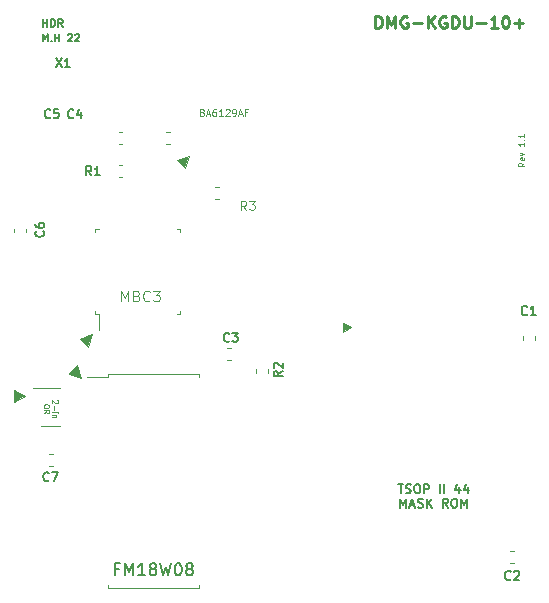
<source format=gbr>
G04 #@! TF.GenerationSoftware,KiCad,Pcbnew,(6.0.8)*
G04 #@! TF.CreationDate,2023-01-17T04:08:54-05:00*
G04 #@! TF.ProjectId,DMG-KGDU-10+,444d472d-4b47-4445-952d-31302b2e6b69,rev?*
G04 #@! TF.SameCoordinates,Original*
G04 #@! TF.FileFunction,Legend,Top*
G04 #@! TF.FilePolarity,Positive*
%FSLAX46Y46*%
G04 Gerber Fmt 4.6, Leading zero omitted, Abs format (unit mm)*
G04 Created by KiCad (PCBNEW (6.0.8)) date 2023-01-17 04:08:54*
%MOMM*%
%LPD*%
G01*
G04 APERTURE LIST*
%ADD10C,0.100000*%
%ADD11C,0.127000*%
%ADD12C,0.125000*%
%ADD13C,0.076200*%
%ADD14C,0.150000*%
%ADD15C,0.254000*%
%ADD16C,0.101600*%
%ADD17C,0.120000*%
G04 APERTURE END LIST*
D10*
G36*
X126062722Y-98657070D02*
G01*
X125355616Y-97949963D01*
X126416276Y-97596409D01*
X126062722Y-98657070D01*
G37*
X126062722Y-98657070D02*
X125355616Y-97949963D01*
X126416276Y-97596409D01*
X126062722Y-98657070D01*
G36*
X134282044Y-83528332D02*
G01*
X133574937Y-82821225D01*
X134635597Y-82467672D01*
X134282044Y-83528332D01*
G37*
X134282044Y-83528332D02*
X133574937Y-82821225D01*
X134635597Y-82467672D01*
X134282044Y-83528332D01*
G36*
X125477801Y-101269180D02*
G01*
X124417141Y-100915627D01*
X125124248Y-100208520D01*
X125477801Y-101269180D01*
G37*
X125477801Y-101269180D02*
X124417141Y-100915627D01*
X125124248Y-100208520D01*
X125477801Y-101269180D01*
G36*
X148294855Y-97001561D02*
G01*
X147694855Y-97426561D01*
X147694855Y-96601561D01*
X148294855Y-97001561D01*
G37*
X148294855Y-97001561D02*
X147694855Y-97426561D01*
X147694855Y-96601561D01*
X148294855Y-97001561D01*
G36*
X120771920Y-102816660D02*
G01*
X119771920Y-103316660D01*
X119771920Y-102316660D01*
X120771920Y-102816660D01*
G37*
X120771920Y-102816660D02*
X119771920Y-103316660D01*
X119771920Y-102316660D01*
X120771920Y-102816660D01*
D11*
X122282142Y-88867000D02*
X122318428Y-88903285D01*
X122354714Y-89012142D01*
X122354714Y-89084714D01*
X122318428Y-89193571D01*
X122245857Y-89266142D01*
X122173285Y-89302428D01*
X122028142Y-89338714D01*
X121919285Y-89338714D01*
X121774142Y-89302428D01*
X121701571Y-89266142D01*
X121629000Y-89193571D01*
X121592714Y-89084714D01*
X121592714Y-89012142D01*
X121629000Y-88903285D01*
X121665285Y-88867000D01*
X121592714Y-88213857D02*
X121592714Y-88359000D01*
X121629000Y-88431571D01*
X121665285Y-88467857D01*
X121774142Y-88540428D01*
X121919285Y-88576714D01*
X122209571Y-88576714D01*
X122282142Y-88540428D01*
X122318428Y-88504142D01*
X122354714Y-88431571D01*
X122354714Y-88286428D01*
X122318428Y-88213857D01*
X122282142Y-88177571D01*
X122209571Y-88141285D01*
X122028142Y-88141285D01*
X121955571Y-88177571D01*
X121919285Y-88213857D01*
X121883000Y-88286428D01*
X121883000Y-88431571D01*
X121919285Y-88504142D01*
X121955571Y-88540428D01*
X122028142Y-88576714D01*
X122873000Y-79212142D02*
X122836714Y-79248428D01*
X122727857Y-79284714D01*
X122655285Y-79284714D01*
X122546428Y-79248428D01*
X122473857Y-79175857D01*
X122437571Y-79103285D01*
X122401285Y-78958142D01*
X122401285Y-78849285D01*
X122437571Y-78704142D01*
X122473857Y-78631571D01*
X122546428Y-78559000D01*
X122655285Y-78522714D01*
X122727857Y-78522714D01*
X122836714Y-78559000D01*
X122873000Y-78595285D01*
X123562428Y-78522714D02*
X123199571Y-78522714D01*
X123163285Y-78885571D01*
X123199571Y-78849285D01*
X123272142Y-78813000D01*
X123453571Y-78813000D01*
X123526142Y-78849285D01*
X123562428Y-78885571D01*
X123598714Y-78958142D01*
X123598714Y-79139571D01*
X123562428Y-79212142D01*
X123526142Y-79248428D01*
X123453571Y-79284714D01*
X123272142Y-79284714D01*
X123199571Y-79248428D01*
X123163285Y-79212142D01*
X124823000Y-79220422D02*
X124786714Y-79256708D01*
X124677857Y-79292994D01*
X124605285Y-79292994D01*
X124496428Y-79256708D01*
X124423857Y-79184137D01*
X124387571Y-79111565D01*
X124351285Y-78966422D01*
X124351285Y-78857565D01*
X124387571Y-78712422D01*
X124423857Y-78639851D01*
X124496428Y-78567280D01*
X124605285Y-78530994D01*
X124677857Y-78530994D01*
X124786714Y-78567280D01*
X124823000Y-78603565D01*
X125476142Y-78784994D02*
X125476142Y-79292994D01*
X125294714Y-78494708D02*
X125113285Y-79038994D01*
X125585000Y-79038994D01*
X126353000Y-84124714D02*
X126099000Y-83761857D01*
X125917571Y-84124714D02*
X125917571Y-83362714D01*
X126207857Y-83362714D01*
X126280428Y-83399000D01*
X126316714Y-83435285D01*
X126353000Y-83507857D01*
X126353000Y-83616714D01*
X126316714Y-83689285D01*
X126280428Y-83725571D01*
X126207857Y-83761857D01*
X125917571Y-83761857D01*
X127078714Y-84124714D02*
X126643285Y-84124714D01*
X126861000Y-84124714D02*
X126861000Y-83362714D01*
X126788428Y-83471571D01*
X126715857Y-83544142D01*
X126643285Y-83580428D01*
X161843000Y-118322142D02*
X161806714Y-118358428D01*
X161697857Y-118394714D01*
X161625285Y-118394714D01*
X161516428Y-118358428D01*
X161443857Y-118285857D01*
X161407571Y-118213285D01*
X161371285Y-118068142D01*
X161371285Y-117959285D01*
X161407571Y-117814142D01*
X161443857Y-117741571D01*
X161516428Y-117669000D01*
X161625285Y-117632714D01*
X161697857Y-117632714D01*
X161806714Y-117669000D01*
X161843000Y-117705285D01*
X162133285Y-117705285D02*
X162169571Y-117669000D01*
X162242142Y-117632714D01*
X162423571Y-117632714D01*
X162496142Y-117669000D01*
X162532428Y-117705285D01*
X162568714Y-117777857D01*
X162568714Y-117850428D01*
X162532428Y-117959285D01*
X162097000Y-118394714D01*
X162568714Y-118394714D01*
D12*
X139463000Y-87054714D02*
X139209000Y-86691857D01*
X139027571Y-87054714D02*
X139027571Y-86292714D01*
X139317857Y-86292714D01*
X139390428Y-86329000D01*
X139426714Y-86365285D01*
X139463000Y-86437857D01*
X139463000Y-86546714D01*
X139426714Y-86619285D01*
X139390428Y-86655571D01*
X139317857Y-86691857D01*
X139027571Y-86691857D01*
X139717000Y-86292714D02*
X140188714Y-86292714D01*
X139934714Y-86583000D01*
X140043571Y-86583000D01*
X140116142Y-86619285D01*
X140152428Y-86655571D01*
X140188714Y-86728142D01*
X140188714Y-86909571D01*
X140152428Y-86982142D01*
X140116142Y-87018428D01*
X140043571Y-87054714D01*
X139825857Y-87054714D01*
X139753285Y-87018428D01*
X139717000Y-86982142D01*
D11*
X138023000Y-98152142D02*
X137986714Y-98188428D01*
X137877857Y-98224714D01*
X137805285Y-98224714D01*
X137696428Y-98188428D01*
X137623857Y-98115857D01*
X137587571Y-98043285D01*
X137551285Y-97898142D01*
X137551285Y-97789285D01*
X137587571Y-97644142D01*
X137623857Y-97571571D01*
X137696428Y-97499000D01*
X137805285Y-97462714D01*
X137877857Y-97462714D01*
X137986714Y-97499000D01*
X138023000Y-97535285D01*
X138277000Y-97462714D02*
X138748714Y-97462714D01*
X138494714Y-97753000D01*
X138603571Y-97753000D01*
X138676142Y-97789285D01*
X138712428Y-97825571D01*
X138748714Y-97898142D01*
X138748714Y-98079571D01*
X138712428Y-98152142D01*
X138676142Y-98188428D01*
X138603571Y-98224714D01*
X138385857Y-98224714D01*
X138313285Y-98188428D01*
X138277000Y-98152142D01*
X142534714Y-100707000D02*
X142171857Y-100961000D01*
X142534714Y-101142428D02*
X141772714Y-101142428D01*
X141772714Y-100852142D01*
X141809000Y-100779571D01*
X141845285Y-100743285D01*
X141917857Y-100707000D01*
X142026714Y-100707000D01*
X142099285Y-100743285D01*
X142135571Y-100779571D01*
X142171857Y-100852142D01*
X142171857Y-101142428D01*
X141845285Y-100416714D02*
X141809000Y-100380428D01*
X141772714Y-100307857D01*
X141772714Y-100126428D01*
X141809000Y-100053857D01*
X141845285Y-100017571D01*
X141917857Y-99981285D01*
X141990428Y-99981285D01*
X142099285Y-100017571D01*
X142534714Y-100453000D01*
X142534714Y-99981285D01*
D13*
X163019809Y-83052285D02*
X162777904Y-83221619D01*
X163019809Y-83342571D02*
X162511809Y-83342571D01*
X162511809Y-83149047D01*
X162536000Y-83100666D01*
X162560190Y-83076476D01*
X162608571Y-83052285D01*
X162681142Y-83052285D01*
X162729523Y-83076476D01*
X162753714Y-83100666D01*
X162777904Y-83149047D01*
X162777904Y-83342571D01*
X162995619Y-82641047D02*
X163019809Y-82689428D01*
X163019809Y-82786190D01*
X162995619Y-82834571D01*
X162947238Y-82858761D01*
X162753714Y-82858761D01*
X162705333Y-82834571D01*
X162681142Y-82786190D01*
X162681142Y-82689428D01*
X162705333Y-82641047D01*
X162753714Y-82616857D01*
X162802095Y-82616857D01*
X162850476Y-82858761D01*
X162681142Y-82447523D02*
X163019809Y-82326571D01*
X162681142Y-82205619D01*
X163019809Y-81358952D02*
X163019809Y-81649238D01*
X163019809Y-81504095D02*
X162511809Y-81504095D01*
X162584380Y-81552476D01*
X162632761Y-81600857D01*
X162656952Y-81649238D01*
X162971428Y-81141238D02*
X162995619Y-81117047D01*
X163019809Y-81141238D01*
X162995619Y-81165428D01*
X162971428Y-81141238D01*
X163019809Y-81141238D01*
X163019809Y-80633238D02*
X163019809Y-80923523D01*
X163019809Y-80778380D02*
X162511809Y-80778380D01*
X162584380Y-80826761D01*
X162632761Y-80875142D01*
X162656952Y-80923523D01*
D14*
X122227857Y-72797261D02*
X122227857Y-72162261D01*
X122439523Y-72615833D01*
X122651190Y-72162261D01*
X122651190Y-72797261D01*
X122953571Y-72736785D02*
X122983809Y-72767023D01*
X122953571Y-72797261D01*
X122923333Y-72767023D01*
X122953571Y-72736785D01*
X122953571Y-72797261D01*
X123255952Y-72797261D02*
X123255952Y-72162261D01*
X123255952Y-72464642D02*
X123618809Y-72464642D01*
X123618809Y-72797261D02*
X123618809Y-72162261D01*
X124374761Y-72222738D02*
X124405000Y-72192500D01*
X124465476Y-72162261D01*
X124616666Y-72162261D01*
X124677142Y-72192500D01*
X124707380Y-72222738D01*
X124737619Y-72283214D01*
X124737619Y-72343690D01*
X124707380Y-72434404D01*
X124344523Y-72797261D01*
X124737619Y-72797261D01*
X124979523Y-72222738D02*
X125009761Y-72192500D01*
X125070238Y-72162261D01*
X125221428Y-72162261D01*
X125281904Y-72192500D01*
X125312142Y-72222738D01*
X125342380Y-72283214D01*
X125342380Y-72343690D01*
X125312142Y-72434404D01*
X124949285Y-72797261D01*
X125342380Y-72797261D01*
D15*
X150384666Y-71659619D02*
X150384666Y-70643619D01*
X150626571Y-70643619D01*
X150771714Y-70692000D01*
X150868476Y-70788761D01*
X150916857Y-70885523D01*
X150965238Y-71079047D01*
X150965238Y-71224190D01*
X150916857Y-71417714D01*
X150868476Y-71514476D01*
X150771714Y-71611238D01*
X150626571Y-71659619D01*
X150384666Y-71659619D01*
X151400666Y-71659619D02*
X151400666Y-70643619D01*
X151739333Y-71369333D01*
X152078000Y-70643619D01*
X152078000Y-71659619D01*
X153094000Y-70692000D02*
X152997238Y-70643619D01*
X152852095Y-70643619D01*
X152706952Y-70692000D01*
X152610190Y-70788761D01*
X152561809Y-70885523D01*
X152513428Y-71079047D01*
X152513428Y-71224190D01*
X152561809Y-71417714D01*
X152610190Y-71514476D01*
X152706952Y-71611238D01*
X152852095Y-71659619D01*
X152948857Y-71659619D01*
X153094000Y-71611238D01*
X153142380Y-71562857D01*
X153142380Y-71224190D01*
X152948857Y-71224190D01*
X153577809Y-71272571D02*
X154351904Y-71272571D01*
X154835714Y-71659619D02*
X154835714Y-70643619D01*
X155416285Y-71659619D02*
X154980857Y-71079047D01*
X155416285Y-70643619D02*
X154835714Y-71224190D01*
X156383904Y-70692000D02*
X156287142Y-70643619D01*
X156142000Y-70643619D01*
X155996857Y-70692000D01*
X155900095Y-70788761D01*
X155851714Y-70885523D01*
X155803333Y-71079047D01*
X155803333Y-71224190D01*
X155851714Y-71417714D01*
X155900095Y-71514476D01*
X155996857Y-71611238D01*
X156142000Y-71659619D01*
X156238761Y-71659619D01*
X156383904Y-71611238D01*
X156432285Y-71562857D01*
X156432285Y-71224190D01*
X156238761Y-71224190D01*
X156867714Y-71659619D02*
X156867714Y-70643619D01*
X157109619Y-70643619D01*
X157254761Y-70692000D01*
X157351523Y-70788761D01*
X157399904Y-70885523D01*
X157448285Y-71079047D01*
X157448285Y-71224190D01*
X157399904Y-71417714D01*
X157351523Y-71514476D01*
X157254761Y-71611238D01*
X157109619Y-71659619D01*
X156867714Y-71659619D01*
X157883714Y-70643619D02*
X157883714Y-71466095D01*
X157932095Y-71562857D01*
X157980476Y-71611238D01*
X158077238Y-71659619D01*
X158270761Y-71659619D01*
X158367523Y-71611238D01*
X158415904Y-71562857D01*
X158464285Y-71466095D01*
X158464285Y-70643619D01*
X158948095Y-71272571D02*
X159722190Y-71272571D01*
X160738190Y-71659619D02*
X160157619Y-71659619D01*
X160447904Y-71659619D02*
X160447904Y-70643619D01*
X160351142Y-70788761D01*
X160254380Y-70885523D01*
X160157619Y-70933904D01*
X161367142Y-70643619D02*
X161463904Y-70643619D01*
X161560666Y-70692000D01*
X161609047Y-70740380D01*
X161657428Y-70837142D01*
X161705809Y-71030666D01*
X161705809Y-71272571D01*
X161657428Y-71466095D01*
X161609047Y-71562857D01*
X161560666Y-71611238D01*
X161463904Y-71659619D01*
X161367142Y-71659619D01*
X161270380Y-71611238D01*
X161222000Y-71562857D01*
X161173619Y-71466095D01*
X161125238Y-71272571D01*
X161125238Y-71030666D01*
X161173619Y-70837142D01*
X161222000Y-70740380D01*
X161270380Y-70692000D01*
X161367142Y-70643619D01*
X162141238Y-71272571D02*
X162915333Y-71272571D01*
X162528285Y-71659619D02*
X162528285Y-70885523D01*
D11*
X128668761Y-117467428D02*
X128330095Y-117467428D01*
X128330095Y-117999619D02*
X128330095Y-116983619D01*
X128813904Y-116983619D01*
X129200952Y-117999619D02*
X129200952Y-116983619D01*
X129539619Y-117709333D01*
X129878285Y-116983619D01*
X129878285Y-117999619D01*
X130894285Y-117999619D02*
X130313714Y-117999619D01*
X130604000Y-117999619D02*
X130604000Y-116983619D01*
X130507238Y-117128761D01*
X130410476Y-117225523D01*
X130313714Y-117273904D01*
X131474857Y-117419047D02*
X131378095Y-117370666D01*
X131329714Y-117322285D01*
X131281333Y-117225523D01*
X131281333Y-117177142D01*
X131329714Y-117080380D01*
X131378095Y-117032000D01*
X131474857Y-116983619D01*
X131668380Y-116983619D01*
X131765142Y-117032000D01*
X131813523Y-117080380D01*
X131861904Y-117177142D01*
X131861904Y-117225523D01*
X131813523Y-117322285D01*
X131765142Y-117370666D01*
X131668380Y-117419047D01*
X131474857Y-117419047D01*
X131378095Y-117467428D01*
X131329714Y-117515809D01*
X131281333Y-117612571D01*
X131281333Y-117806095D01*
X131329714Y-117902857D01*
X131378095Y-117951238D01*
X131474857Y-117999619D01*
X131668380Y-117999619D01*
X131765142Y-117951238D01*
X131813523Y-117902857D01*
X131861904Y-117806095D01*
X131861904Y-117612571D01*
X131813523Y-117515809D01*
X131765142Y-117467428D01*
X131668380Y-117419047D01*
X132200571Y-116983619D02*
X132442476Y-117999619D01*
X132636000Y-117273904D01*
X132829523Y-117999619D01*
X133071428Y-116983619D01*
X133652000Y-116983619D02*
X133748761Y-116983619D01*
X133845523Y-117032000D01*
X133893904Y-117080380D01*
X133942285Y-117177142D01*
X133990666Y-117370666D01*
X133990666Y-117612571D01*
X133942285Y-117806095D01*
X133893904Y-117902857D01*
X133845523Y-117951238D01*
X133748761Y-117999619D01*
X133652000Y-117999619D01*
X133555238Y-117951238D01*
X133506857Y-117902857D01*
X133458476Y-117806095D01*
X133410095Y-117612571D01*
X133410095Y-117370666D01*
X133458476Y-117177142D01*
X133506857Y-117080380D01*
X133555238Y-117032000D01*
X133652000Y-116983619D01*
X134571238Y-117419047D02*
X134474476Y-117370666D01*
X134426095Y-117322285D01*
X134377714Y-117225523D01*
X134377714Y-117177142D01*
X134426095Y-117080380D01*
X134474476Y-117032000D01*
X134571238Y-116983619D01*
X134764761Y-116983619D01*
X134861523Y-117032000D01*
X134909904Y-117080380D01*
X134958285Y-117177142D01*
X134958285Y-117225523D01*
X134909904Y-117322285D01*
X134861523Y-117370666D01*
X134764761Y-117419047D01*
X134571238Y-117419047D01*
X134474476Y-117467428D01*
X134426095Y-117515809D01*
X134377714Y-117612571D01*
X134377714Y-117806095D01*
X134426095Y-117902857D01*
X134474476Y-117951238D01*
X134571238Y-117999619D01*
X134764761Y-117999619D01*
X134861523Y-117951238D01*
X134909904Y-117902857D01*
X134958285Y-117806095D01*
X134958285Y-117612571D01*
X134909904Y-117515809D01*
X134861523Y-117467428D01*
X134764761Y-117419047D01*
D16*
X135737852Y-78798271D02*
X135821309Y-78826090D01*
X135849128Y-78853909D01*
X135876947Y-78909547D01*
X135876947Y-78993004D01*
X135849128Y-79048642D01*
X135821309Y-79076461D01*
X135765671Y-79104280D01*
X135543119Y-79104280D01*
X135543119Y-78520080D01*
X135737852Y-78520080D01*
X135793490Y-78547900D01*
X135821309Y-78575719D01*
X135849128Y-78631357D01*
X135849128Y-78686995D01*
X135821309Y-78742633D01*
X135793490Y-78770452D01*
X135737852Y-78798271D01*
X135543119Y-78798271D01*
X136099500Y-78937366D02*
X136377690Y-78937366D01*
X136043861Y-79104280D02*
X136238595Y-78520080D01*
X136433328Y-79104280D01*
X136878433Y-78520080D02*
X136767157Y-78520080D01*
X136711519Y-78547900D01*
X136683700Y-78575719D01*
X136628061Y-78659176D01*
X136600242Y-78770452D01*
X136600242Y-78993004D01*
X136628061Y-79048642D01*
X136655880Y-79076461D01*
X136711519Y-79104280D01*
X136822795Y-79104280D01*
X136878433Y-79076461D01*
X136906252Y-79048642D01*
X136934071Y-78993004D01*
X136934071Y-78853909D01*
X136906252Y-78798271D01*
X136878433Y-78770452D01*
X136822795Y-78742633D01*
X136711519Y-78742633D01*
X136655880Y-78770452D01*
X136628061Y-78798271D01*
X136600242Y-78853909D01*
X137490452Y-79104280D02*
X137156623Y-79104280D01*
X137323538Y-79104280D02*
X137323538Y-78520080D01*
X137267900Y-78603538D01*
X137212261Y-78659176D01*
X137156623Y-78686995D01*
X137713004Y-78575719D02*
X137740823Y-78547900D01*
X137796461Y-78520080D01*
X137935557Y-78520080D01*
X137991195Y-78547900D01*
X138019014Y-78575719D01*
X138046833Y-78631357D01*
X138046833Y-78686995D01*
X138019014Y-78770452D01*
X137685185Y-79104280D01*
X138046833Y-79104280D01*
X138325023Y-79104280D02*
X138436300Y-79104280D01*
X138491938Y-79076461D01*
X138519757Y-79048642D01*
X138575395Y-78965185D01*
X138603214Y-78853909D01*
X138603214Y-78631357D01*
X138575395Y-78575719D01*
X138547576Y-78547900D01*
X138491938Y-78520080D01*
X138380661Y-78520080D01*
X138325023Y-78547900D01*
X138297204Y-78575719D01*
X138269385Y-78631357D01*
X138269385Y-78770452D01*
X138297204Y-78826090D01*
X138325023Y-78853909D01*
X138380661Y-78881728D01*
X138491938Y-78881728D01*
X138547576Y-78853909D01*
X138575395Y-78826090D01*
X138603214Y-78770452D01*
X138825766Y-78937366D02*
X139103957Y-78937366D01*
X138770128Y-79104280D02*
X138964861Y-78520080D01*
X139159595Y-79104280D01*
X139549061Y-78798271D02*
X139354328Y-78798271D01*
X139354328Y-79104280D02*
X139354328Y-78520080D01*
X139632519Y-78520080D01*
D14*
X122258571Y-71537261D02*
X122258571Y-70902261D01*
X122258571Y-71204642D02*
X122621428Y-71204642D01*
X122621428Y-71537261D02*
X122621428Y-70902261D01*
X122923809Y-71537261D02*
X122923809Y-70902261D01*
X123075000Y-70902261D01*
X123165714Y-70932500D01*
X123226190Y-70992976D01*
X123256428Y-71053452D01*
X123286666Y-71174404D01*
X123286666Y-71265119D01*
X123256428Y-71386071D01*
X123226190Y-71446547D01*
X123165714Y-71507023D01*
X123075000Y-71537261D01*
X122923809Y-71537261D01*
X123921666Y-71537261D02*
X123710000Y-71234880D01*
X123558809Y-71537261D02*
X123558809Y-70902261D01*
X123800714Y-70902261D01*
X123861190Y-70932500D01*
X123891428Y-70962738D01*
X123921666Y-71023214D01*
X123921666Y-71113928D01*
X123891428Y-71174404D01*
X123861190Y-71204642D01*
X123800714Y-71234880D01*
X123558809Y-71234880D01*
D11*
X122753000Y-109952142D02*
X122716714Y-109988428D01*
X122607857Y-110024714D01*
X122535285Y-110024714D01*
X122426428Y-109988428D01*
X122353857Y-109915857D01*
X122317571Y-109843285D01*
X122281285Y-109698142D01*
X122281285Y-109589285D01*
X122317571Y-109444142D01*
X122353857Y-109371571D01*
X122426428Y-109299000D01*
X122535285Y-109262714D01*
X122607857Y-109262714D01*
X122716714Y-109299000D01*
X122753000Y-109335285D01*
X123007000Y-109262714D02*
X123515000Y-109262714D01*
X123188428Y-110024714D01*
X123347842Y-74207914D02*
X123855842Y-74969914D01*
X123855842Y-74207914D02*
X123347842Y-74969914D01*
X124545271Y-74969914D02*
X124109842Y-74969914D01*
X124327557Y-74969914D02*
X124327557Y-74207914D01*
X124254985Y-74316771D01*
X124182414Y-74389342D01*
X124109842Y-74425628D01*
D16*
X128881333Y-94802166D02*
X128881333Y-93913166D01*
X129177666Y-94548166D01*
X129474000Y-93913166D01*
X129474000Y-94802166D01*
X130193666Y-94336500D02*
X130320666Y-94378833D01*
X130363000Y-94421166D01*
X130405333Y-94505833D01*
X130405333Y-94632833D01*
X130363000Y-94717500D01*
X130320666Y-94759833D01*
X130236000Y-94802166D01*
X129897333Y-94802166D01*
X129897333Y-93913166D01*
X130193666Y-93913166D01*
X130278333Y-93955500D01*
X130320666Y-93997833D01*
X130363000Y-94082500D01*
X130363000Y-94167166D01*
X130320666Y-94251833D01*
X130278333Y-94294166D01*
X130193666Y-94336500D01*
X129897333Y-94336500D01*
X131294333Y-94717500D02*
X131252000Y-94759833D01*
X131125000Y-94802166D01*
X131040333Y-94802166D01*
X130913333Y-94759833D01*
X130828666Y-94675166D01*
X130786333Y-94590500D01*
X130744000Y-94421166D01*
X130744000Y-94294166D01*
X130786333Y-94124833D01*
X130828666Y-94040166D01*
X130913333Y-93955500D01*
X131040333Y-93913166D01*
X131125000Y-93913166D01*
X131252000Y-93955500D01*
X131294333Y-93997833D01*
X131590666Y-93913166D02*
X132141000Y-93913166D01*
X131844666Y-94251833D01*
X131971666Y-94251833D01*
X132056333Y-94294166D01*
X132098666Y-94336500D01*
X132141000Y-94421166D01*
X132141000Y-94632833D01*
X132098666Y-94717500D01*
X132056333Y-94759833D01*
X131971666Y-94802166D01*
X131717666Y-94802166D01*
X131633000Y-94759833D01*
X131590666Y-94717500D01*
X123464874Y-103170657D02*
X123486646Y-103192428D01*
X123508417Y-103235971D01*
X123508417Y-103344828D01*
X123486646Y-103388371D01*
X123464874Y-103410142D01*
X123421331Y-103431914D01*
X123377788Y-103431914D01*
X123312474Y-103410142D01*
X123051217Y-103148885D01*
X123051217Y-103431914D01*
X123225388Y-103627857D02*
X123225388Y-103976200D01*
X123051217Y-104193914D02*
X123356017Y-104193914D01*
X123508417Y-104193914D02*
X123486646Y-104172142D01*
X123464874Y-104193914D01*
X123486646Y-104215685D01*
X123508417Y-104193914D01*
X123464874Y-104193914D01*
X123356017Y-104411628D02*
X123051217Y-104411628D01*
X123312474Y-104411628D02*
X123334246Y-104433400D01*
X123356017Y-104476942D01*
X123356017Y-104542257D01*
X123334246Y-104585800D01*
X123290703Y-104607571D01*
X123051217Y-104607571D01*
X122772325Y-103627857D02*
X122772325Y-103714942D01*
X122750554Y-103758485D01*
X122707011Y-103802028D01*
X122619925Y-103823800D01*
X122467525Y-103823800D01*
X122380439Y-103802028D01*
X122336896Y-103758485D01*
X122315125Y-103714942D01*
X122315125Y-103627857D01*
X122336896Y-103584314D01*
X122380439Y-103540771D01*
X122467525Y-103519000D01*
X122619925Y-103519000D01*
X122707011Y-103540771D01*
X122750554Y-103584314D01*
X122772325Y-103627857D01*
X122315125Y-104281000D02*
X122532839Y-104128600D01*
X122315125Y-104019742D02*
X122772325Y-104019742D01*
X122772325Y-104193914D01*
X122750554Y-104237457D01*
X122728782Y-104259228D01*
X122685239Y-104281000D01*
X122619925Y-104281000D01*
X122576382Y-104259228D01*
X122554611Y-104237457D01*
X122532839Y-104193914D01*
X122532839Y-104019742D01*
D11*
X152310142Y-110269304D02*
X152745571Y-110269304D01*
X152527857Y-111031304D02*
X152527857Y-110269304D01*
X152963285Y-110995018D02*
X153072142Y-111031304D01*
X153253571Y-111031304D01*
X153326142Y-110995018D01*
X153362428Y-110958732D01*
X153398714Y-110886161D01*
X153398714Y-110813590D01*
X153362428Y-110741018D01*
X153326142Y-110704732D01*
X153253571Y-110668447D01*
X153108428Y-110632161D01*
X153035857Y-110595875D01*
X152999571Y-110559590D01*
X152963285Y-110487018D01*
X152963285Y-110414447D01*
X152999571Y-110341875D01*
X153035857Y-110305590D01*
X153108428Y-110269304D01*
X153289857Y-110269304D01*
X153398714Y-110305590D01*
X153870428Y-110269304D02*
X154015571Y-110269304D01*
X154088142Y-110305590D01*
X154160714Y-110378161D01*
X154197000Y-110523304D01*
X154197000Y-110777304D01*
X154160714Y-110922447D01*
X154088142Y-110995018D01*
X154015571Y-111031304D01*
X153870428Y-111031304D01*
X153797857Y-110995018D01*
X153725285Y-110922447D01*
X153689000Y-110777304D01*
X153689000Y-110523304D01*
X153725285Y-110378161D01*
X153797857Y-110305590D01*
X153870428Y-110269304D01*
X154523571Y-111031304D02*
X154523571Y-110269304D01*
X154813857Y-110269304D01*
X154886428Y-110305590D01*
X154922714Y-110341875D01*
X154959000Y-110414447D01*
X154959000Y-110523304D01*
X154922714Y-110595875D01*
X154886428Y-110632161D01*
X154813857Y-110668447D01*
X154523571Y-110668447D01*
X155866142Y-111031304D02*
X155866142Y-110269304D01*
X156229000Y-111031304D02*
X156229000Y-110269304D01*
X157499000Y-110523304D02*
X157499000Y-111031304D01*
X157317571Y-110233018D02*
X157136142Y-110777304D01*
X157607857Y-110777304D01*
X158224714Y-110523304D02*
X158224714Y-111031304D01*
X158043285Y-110233018D02*
X157861857Y-110777304D01*
X158333571Y-110777304D01*
X152509714Y-112258124D02*
X152509714Y-111496124D01*
X152763714Y-112040410D01*
X153017714Y-111496124D01*
X153017714Y-112258124D01*
X153344285Y-112040410D02*
X153707142Y-112040410D01*
X153271714Y-112258124D02*
X153525714Y-111496124D01*
X153779714Y-112258124D01*
X153997428Y-112221838D02*
X154106285Y-112258124D01*
X154287714Y-112258124D01*
X154360285Y-112221838D01*
X154396571Y-112185552D01*
X154432857Y-112112981D01*
X154432857Y-112040410D01*
X154396571Y-111967838D01*
X154360285Y-111931552D01*
X154287714Y-111895267D01*
X154142571Y-111858981D01*
X154070000Y-111822695D01*
X154033714Y-111786410D01*
X153997428Y-111713838D01*
X153997428Y-111641267D01*
X154033714Y-111568695D01*
X154070000Y-111532410D01*
X154142571Y-111496124D01*
X154324000Y-111496124D01*
X154432857Y-111532410D01*
X154759428Y-112258124D02*
X154759428Y-111496124D01*
X155194857Y-112258124D02*
X154868285Y-111822695D01*
X155194857Y-111496124D02*
X154759428Y-111931552D01*
X156537428Y-112258124D02*
X156283428Y-111895267D01*
X156102000Y-112258124D02*
X156102000Y-111496124D01*
X156392285Y-111496124D01*
X156464857Y-111532410D01*
X156501142Y-111568695D01*
X156537428Y-111641267D01*
X156537428Y-111750124D01*
X156501142Y-111822695D01*
X156464857Y-111858981D01*
X156392285Y-111895267D01*
X156102000Y-111895267D01*
X157009142Y-111496124D02*
X157154285Y-111496124D01*
X157226857Y-111532410D01*
X157299428Y-111604981D01*
X157335714Y-111750124D01*
X157335714Y-112004124D01*
X157299428Y-112149267D01*
X157226857Y-112221838D01*
X157154285Y-112258124D01*
X157009142Y-112258124D01*
X156936571Y-112221838D01*
X156864000Y-112149267D01*
X156827714Y-112004124D01*
X156827714Y-111750124D01*
X156864000Y-111604981D01*
X156936571Y-111532410D01*
X157009142Y-111496124D01*
X157662285Y-112258124D02*
X157662285Y-111496124D01*
X157916285Y-112040410D01*
X158170285Y-111496124D01*
X158170285Y-112258124D01*
X163243000Y-95882142D02*
X163206714Y-95918428D01*
X163097857Y-95954714D01*
X163025285Y-95954714D01*
X162916428Y-95918428D01*
X162843857Y-95845857D01*
X162807571Y-95773285D01*
X162771285Y-95628142D01*
X162771285Y-95519285D01*
X162807571Y-95374142D01*
X162843857Y-95301571D01*
X162916428Y-95229000D01*
X163025285Y-95192714D01*
X163097857Y-95192714D01*
X163206714Y-95229000D01*
X163243000Y-95265285D01*
X163968714Y-95954714D02*
X163533285Y-95954714D01*
X163751000Y-95954714D02*
X163751000Y-95192714D01*
X163678428Y-95301571D01*
X163605857Y-95374142D01*
X163533285Y-95410428D01*
D17*
X122095000Y-105339000D02*
X123695000Y-105339000D01*
X123695000Y-102139000D02*
X121395000Y-102139000D01*
X162921000Y-98084879D02*
X162921000Y-97759321D01*
X163941000Y-98084879D02*
X163941000Y-97759321D01*
X162112779Y-116970000D02*
X161787221Y-116970000D01*
X162112779Y-115950000D02*
X161787221Y-115950000D01*
X138181779Y-99757400D02*
X137856221Y-99757400D01*
X138181779Y-98737400D02*
X137856221Y-98737400D01*
X132655221Y-80492000D02*
X132980779Y-80492000D01*
X132655221Y-81512000D02*
X132980779Y-81512000D01*
X128980779Y-81512000D02*
X128655221Y-81512000D01*
X128980779Y-80492000D02*
X128655221Y-80492000D01*
X120829000Y-88964779D02*
X120829000Y-88639221D01*
X119809000Y-88964779D02*
X119809000Y-88639221D01*
X122757221Y-107700000D02*
X123082779Y-107700000D01*
X122757221Y-108720000D02*
X123082779Y-108720000D01*
X128980779Y-83292000D02*
X128655221Y-83292000D01*
X128980779Y-84312000D02*
X128655221Y-84312000D01*
X140300000Y-100832779D02*
X140300000Y-100507221D01*
X141320000Y-100832779D02*
X141320000Y-100507221D01*
X137162779Y-86110000D02*
X136837221Y-86110000D01*
X137162779Y-85090000D02*
X136837221Y-85090000D01*
X135479000Y-100942000D02*
X135479000Y-101187000D01*
X127759000Y-101187000D02*
X125944000Y-101187000D01*
X131619000Y-100942000D02*
X135479000Y-100942000D01*
X127759000Y-100942000D02*
X127759000Y-101187000D01*
X135479000Y-119062000D02*
X135479000Y-118817000D01*
X131619000Y-119062000D02*
X127759000Y-119062000D01*
X131619000Y-100942000D02*
X127759000Y-100942000D01*
X131619000Y-119062000D02*
X135479000Y-119062000D01*
X127759000Y-119062000D02*
X127759000Y-118817000D01*
X126661020Y-95875760D02*
X126961020Y-95875760D01*
X133881020Y-88955760D02*
X133881020Y-88655760D01*
X126661020Y-95575760D02*
X126661020Y-95875760D01*
X126961020Y-95875760D02*
X126961020Y-97190760D01*
X133881020Y-95875760D02*
X133581020Y-95875760D01*
X133881020Y-88655760D02*
X133581020Y-88655760D01*
X133881020Y-95575760D02*
X133881020Y-95875760D01*
X126661020Y-88955760D02*
X126661020Y-88655760D01*
X126661020Y-88655760D02*
X126961020Y-88655760D01*
M02*

</source>
